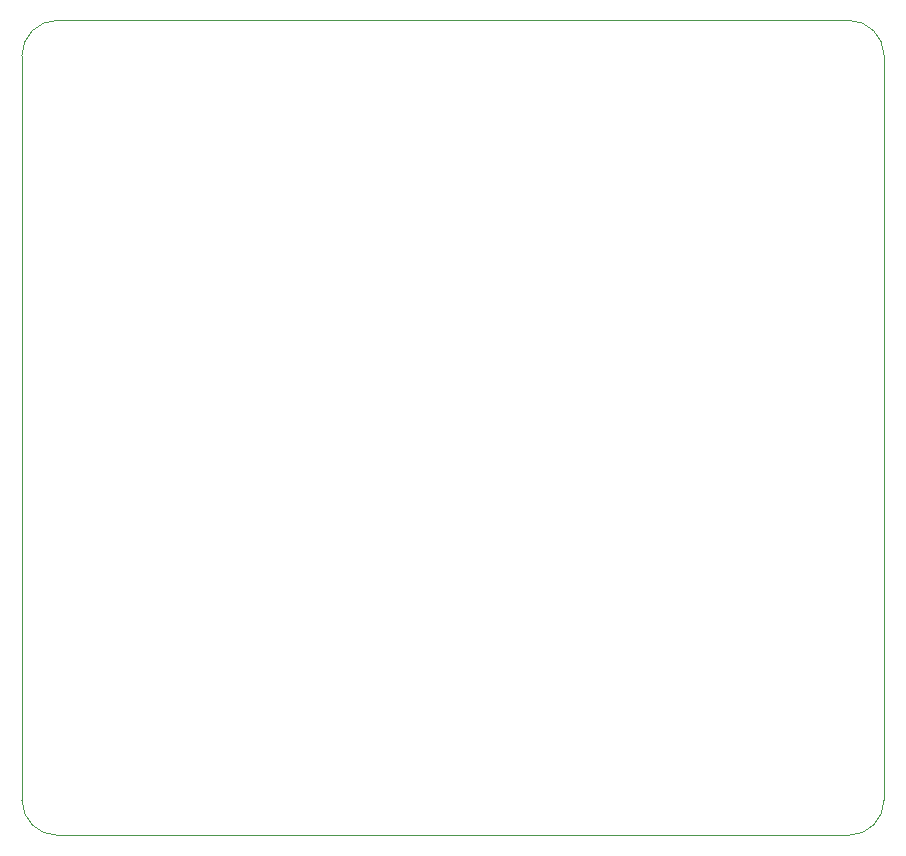
<source format=gbr>
G04 #@! TF.GenerationSoftware,KiCad,Pcbnew,(5.1.2)-1*
G04 #@! TF.CreationDate,2019-09-19T23:19:24+09:00*
G04 #@! TF.ProjectId,Slapnir,536c6170-6e69-4722-9e6b-696361645f70,rev?*
G04 #@! TF.SameCoordinates,Original*
G04 #@! TF.FileFunction,Profile,NP*
%FSLAX46Y46*%
G04 Gerber Fmt 4.6, Leading zero omitted, Abs format (unit mm)*
G04 Created by KiCad (PCBNEW (5.1.2)-1) date 2019-09-19 23:19:24*
%MOMM*%
%LPD*%
G04 APERTURE LIST*
%ADD10C,0.050000*%
G04 APERTURE END LIST*
D10*
X184000000Y-104000000D02*
X117000000Y-104000000D01*
X187000000Y-38000000D02*
X187000000Y-101000000D01*
X117000000Y-35000000D02*
X184000000Y-35000000D01*
X114000000Y-101000000D02*
X114000000Y-38000000D01*
X117000000Y-104000000D02*
G75*
G02X114000000Y-101000000I0J3000000D01*
G01*
X114000000Y-38000000D02*
G75*
G02X117000000Y-35000000I3000000J0D01*
G01*
X184000000Y-35000000D02*
G75*
G02X187000000Y-38000000I0J-3000000D01*
G01*
X187000000Y-101000000D02*
G75*
G02X184000000Y-104000000I-3000000J0D01*
G01*
M02*

</source>
